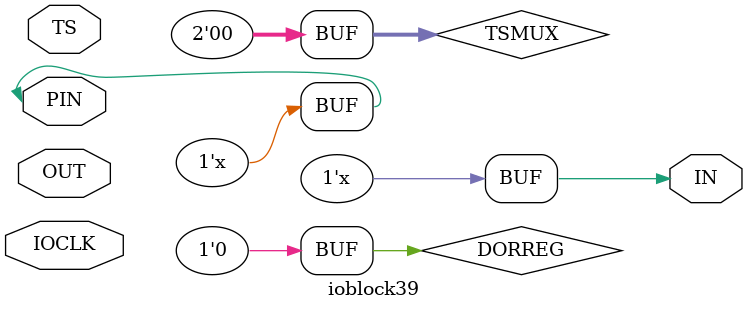
<source format=v>
module ioblock39(
	       inout  PIN,
	       input  TS,
	       input  OUT,
	       output IN,
	       input IOCLK
	       );
   
   reg 		     D;
   reg [2-1:0] 	     TSMUX;
   reg 		     DORREG;

   assign PIN = ( TSMUX == 2'b00 ) ? 1'bz : (( TSMUX == 2'b01 && TS == 1'b1 ) ? OUT : (( TSMUX == 2'b01 && TS == 1'b0 ) ? 1'bz : OUT));
   assign IN  = ( DORREG == 1'b0 ) ? PIN  : D;
   
   initial
     begin
	D=1'b0;
	TSMUX=2'b00;
	DORREG=1'b0;
     end
   
   always @(posedge IOCLK) D=PIN;
   
endmodule       

</source>
